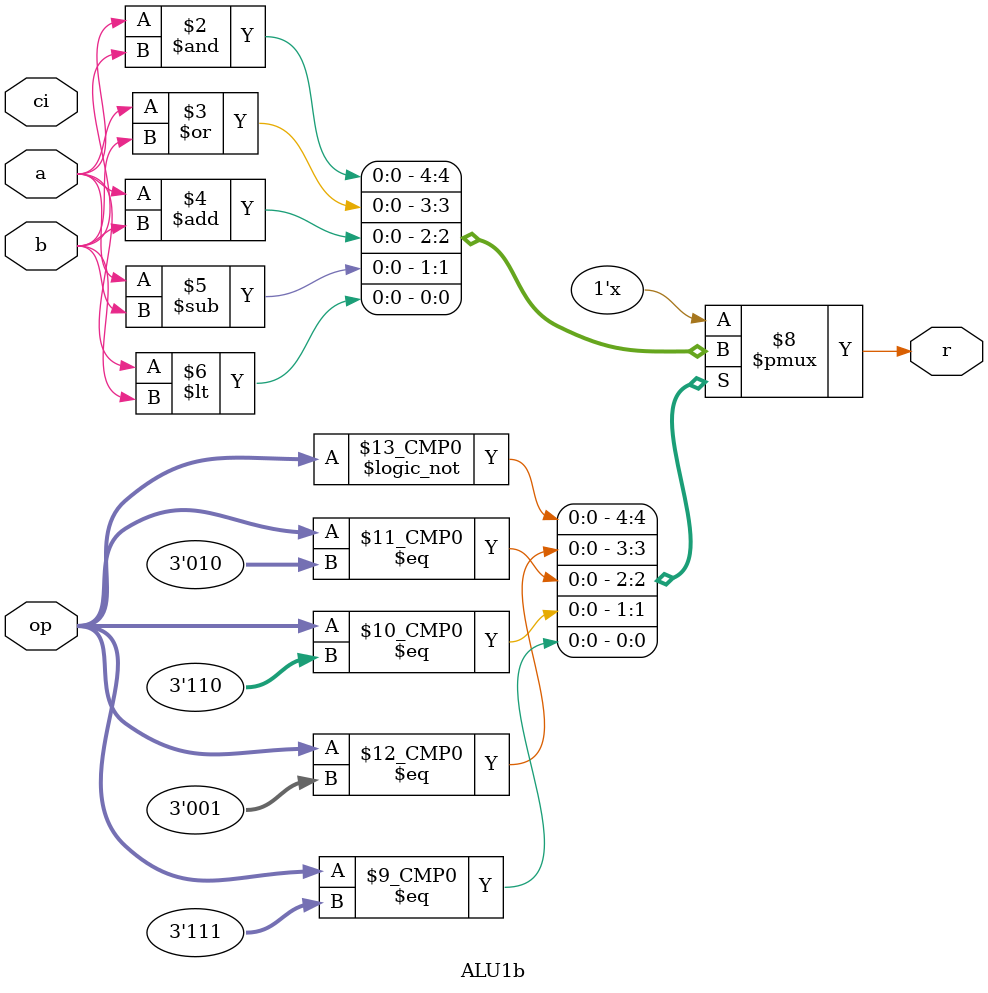
<source format=v>
`timescale 1ns / 1ps
module ALU1b(a,b,ci,op,r);
	input a;
	input b;
	input ci;
	input [2:0] op;
	output reg r;
	initial begin
		case(op)
			3'b000: r=a&b;//and
			3'b001: r=a|b;//or
			3'b010: r=a+b;//add
			3'b110: r=a-b;//subtract
			3'b111: r=a<b;//set less than
			default: $display("fail");//remove later
		endcase
	end
endmodule

</source>
